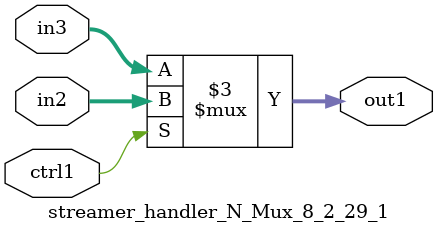
<source format=v>

`timescale 1ps / 1ps


module streamer_handler_N_Mux_8_2_29_1( in3, in2, ctrl1, out1 );

    input [7:0] in3;
    input [7:0] in2;
    input ctrl1;
    output [7:0] out1;
    reg [7:0] out1;

    
    // rtl_process:streamer_handler_N_Mux_8_2_29_1/streamer_handler_N_Mux_8_2_29_1_thread_1
    always @*
      begin : streamer_handler_N_Mux_8_2_29_1_thread_1
        case (ctrl1) 
          1'b1: 
            begin
              out1 = in2;
            end
          default: 
            begin
              out1 = in3;
            end
        endcase
      end

endmodule


</source>
